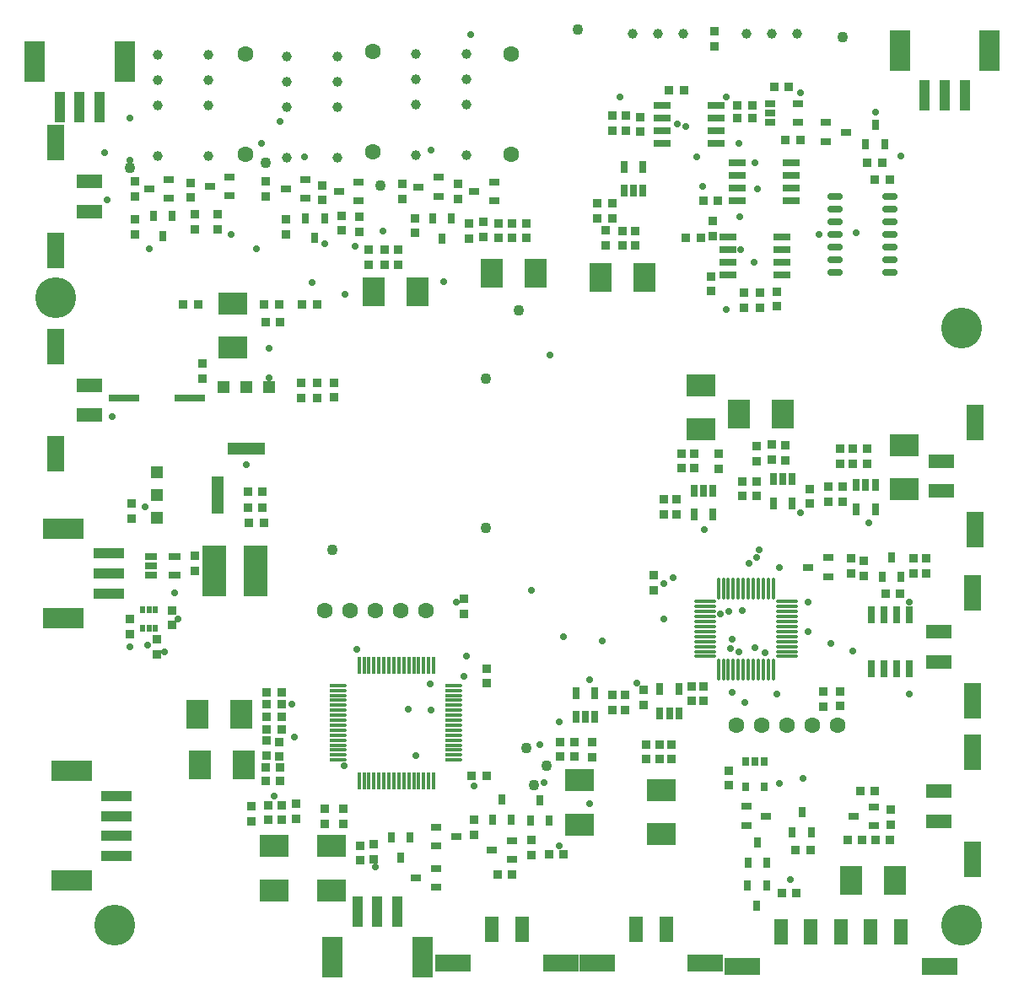
<source format=gts>
G04*
G04 #@! TF.GenerationSoftware,Altium Limited,Altium Designer,19.0.14 (431)*
G04*
G04 Layer_Color=8388736*
%FSLAX25Y25*%
%MOIN*%
G70*
G01*
G75*
%ADD17R,0.04337X0.12211*%
%ADD18R,0.08274X0.16148*%
%ADD19C,0.04337*%
%ADD20R,0.03353X0.03550*%
%ADD21R,0.03550X0.03353*%
%ADD22R,0.04337X0.02762*%
%ADD23R,0.03156X0.03943*%
%ADD24R,0.03943X0.03156*%
%ADD25R,0.02959X0.04731*%
%ADD26R,0.11199X0.08900*%
%ADD27R,0.04731X0.02959*%
%ADD28R,0.02762X0.06502*%
%ADD29R,0.08900X0.11199*%
%ADD30R,0.12211X0.04337*%
%ADD31R,0.16148X0.08274*%
%ADD32R,0.05400X0.10400*%
%ADD33R,0.13904X0.06896*%
%ADD34O,0.01581X0.06699*%
%ADD35O,0.06699X0.01581*%
%ADD36R,0.10400X0.05400*%
%ADD37R,0.06896X0.13904*%
%ADD38R,0.01975X0.02959*%
%ADD39R,0.14573X0.05124*%
%ADD40R,0.05124X0.05124*%
%ADD41R,0.09652X0.20479*%
%ADD42R,0.02565X0.03550*%
%ADD43R,0.06502X0.02762*%
%ADD44O,0.01581X0.08668*%
%ADD45O,0.08668X0.01581*%
%ADD46R,0.05124X0.05124*%
%ADD47R,0.05124X0.14573*%
%ADD48R,0.12211X0.03156*%
%ADD49O,0.06109X0.02762*%
%ADD50C,0.16148*%
%ADD51C,0.03943*%
%ADD52C,0.03943*%
%ADD53C,0.06306*%
%ADD54C,0.02762*%
D17*
X414516Y399015D02*
D03*
X398768D02*
D03*
X406642D02*
D03*
X64768Y394445D02*
D03*
X56894D02*
D03*
X72642D02*
D03*
X174551Y76162D02*
D03*
X190299D02*
D03*
X182425D02*
D03*
D18*
X424359Y416732D02*
D03*
X388925D02*
D03*
X47051Y412162D02*
D03*
X82485D02*
D03*
X164708Y58445D02*
D03*
X200142D02*
D03*
D19*
X366142Y421945D02*
D03*
X261642Y424945D02*
D03*
X138142Y372445D02*
D03*
X241142Y140969D02*
D03*
X249142Y133945D02*
D03*
X244142Y126445D02*
D03*
X238142Y313945D02*
D03*
X164642Y219225D02*
D03*
X84642Y370445D02*
D03*
X183642Y363398D02*
D03*
X225142Y287000D02*
D03*
Y227945D02*
D03*
D20*
X315595Y418307D02*
D03*
Y424213D02*
D03*
X327142Y320898D02*
D03*
Y314992D02*
D03*
X314142Y321492D02*
D03*
Y327398D02*
D03*
X108642Y358492D02*
D03*
Y364398D02*
D03*
X365142Y163398D02*
D03*
Y157492D02*
D03*
X358642Y157445D02*
D03*
Y163350D02*
D03*
X369606Y209949D02*
D03*
Y215854D02*
D03*
X374701Y208949D02*
D03*
Y214854D02*
D03*
X317220Y251402D02*
D03*
Y257307D02*
D03*
X287591Y157945D02*
D03*
Y163850D02*
D03*
X298642Y142445D02*
D03*
Y136539D02*
D03*
X216535Y199803D02*
D03*
Y193898D02*
D03*
X185142Y331945D02*
D03*
Y337850D02*
D03*
X280142Y155945D02*
D03*
Y161850D02*
D03*
X275142Y155945D02*
D03*
Y161850D02*
D03*
X260142Y137492D02*
D03*
Y143398D02*
D03*
X267142Y143350D02*
D03*
Y137445D02*
D03*
X254642Y143445D02*
D03*
Y137539D02*
D03*
X321142Y132029D02*
D03*
Y126124D02*
D03*
X84642Y185980D02*
D03*
Y191886D02*
D03*
X399142Y209992D02*
D03*
Y215898D02*
D03*
X110142Y210992D02*
D03*
Y216898D02*
D03*
X150142Y112992D02*
D03*
Y118898D02*
D03*
X132642Y117898D02*
D03*
Y111992D02*
D03*
X144642Y112539D02*
D03*
Y118445D02*
D03*
X139142Y112498D02*
D03*
Y118404D02*
D03*
X366106Y244354D02*
D03*
Y238449D02*
D03*
X394142Y215898D02*
D03*
Y209992D02*
D03*
X385142Y116555D02*
D03*
Y110649D02*
D03*
X101189Y195398D02*
D03*
Y189492D02*
D03*
X95142Y183898D02*
D03*
Y177992D02*
D03*
X143547Y137492D02*
D03*
Y143398D02*
D03*
X138689Y143898D02*
D03*
Y137992D02*
D03*
X161736Y111039D02*
D03*
Y116945D02*
D03*
X181051Y102945D02*
D03*
Y97039D02*
D03*
X169095Y110909D02*
D03*
Y116814D02*
D03*
X175642Y96492D02*
D03*
Y102398D02*
D03*
X220622Y106644D02*
D03*
Y112549D02*
D03*
X243122Y98691D02*
D03*
Y104596D02*
D03*
X190642Y331945D02*
D03*
Y337850D02*
D03*
X179083D02*
D03*
Y331945D02*
D03*
X235642Y342539D02*
D03*
Y348445D02*
D03*
X241142D02*
D03*
Y342539D02*
D03*
X343606Y254709D02*
D03*
Y260614D02*
D03*
X332106Y254449D02*
D03*
Y260354D02*
D03*
X338106Y260854D02*
D03*
Y254949D02*
D03*
X332106Y246402D02*
D03*
Y240496D02*
D03*
X326606D02*
D03*
Y246402D02*
D03*
X307720Y257402D02*
D03*
Y251496D02*
D03*
X295721Y233449D02*
D03*
Y239354D02*
D03*
X300721D02*
D03*
Y233449D02*
D03*
X302720Y251496D02*
D03*
Y257402D02*
D03*
X365370Y253402D02*
D03*
Y259307D02*
D03*
X375870Y253402D02*
D03*
Y259307D02*
D03*
X370370D02*
D03*
Y253402D02*
D03*
X360606Y238449D02*
D03*
Y244354D02*
D03*
X272642Y345492D02*
D03*
Y339587D02*
D03*
X279142Y339539D02*
D03*
Y345445D02*
D03*
X284142Y345398D02*
D03*
Y339492D02*
D03*
X269142Y350382D02*
D03*
Y356287D02*
D03*
X275142Y350382D02*
D03*
Y356287D02*
D03*
X288642Y142445D02*
D03*
Y136539D02*
D03*
X294075Y136492D02*
D03*
Y142398D02*
D03*
X311236Y159492D02*
D03*
Y165398D02*
D03*
X306642D02*
D03*
Y159492D02*
D03*
X113142Y292898D02*
D03*
Y286992D02*
D03*
X165142Y285398D02*
D03*
Y279492D02*
D03*
X158595Y285256D02*
D03*
Y279350D02*
D03*
X152142Y279445D02*
D03*
Y285350D02*
D03*
X333642Y314992D02*
D03*
Y320898D02*
D03*
X340142Y321398D02*
D03*
Y315492D02*
D03*
X315094Y349350D02*
D03*
Y343445D02*
D03*
X275142Y390898D02*
D03*
Y384992D02*
D03*
X286142Y390398D02*
D03*
Y384492D02*
D03*
X280642Y384992D02*
D03*
Y390898D02*
D03*
X224142Y348898D02*
D03*
Y342992D02*
D03*
X218642Y342445D02*
D03*
Y348350D02*
D03*
X197142Y350398D02*
D03*
Y344492D02*
D03*
X214142Y363898D02*
D03*
Y357992D02*
D03*
X192142D02*
D03*
Y363898D02*
D03*
X146142Y343992D02*
D03*
Y349898D02*
D03*
X175142Y350898D02*
D03*
Y344992D02*
D03*
X168142Y345492D02*
D03*
Y351398D02*
D03*
X138142Y358992D02*
D03*
Y364898D02*
D03*
X86642Y358992D02*
D03*
Y364898D02*
D03*
Y343945D02*
D03*
Y349850D02*
D03*
X119142Y351898D02*
D03*
Y345992D02*
D03*
X110142Y345945D02*
D03*
Y351850D02*
D03*
X291642Y209205D02*
D03*
Y203299D02*
D03*
X225642Y166492D02*
D03*
Y172398D02*
D03*
X85142Y231586D02*
D03*
Y237492D02*
D03*
X160642Y363398D02*
D03*
Y357492D02*
D03*
X230142Y348445D02*
D03*
Y342539D02*
D03*
X353142Y237543D02*
D03*
Y243449D02*
D03*
D21*
X311189Y357205D02*
D03*
X317094D02*
D03*
X324689Y394945D02*
D03*
X330594D02*
D03*
X345094Y402445D02*
D03*
X339189D02*
D03*
X349594Y381445D02*
D03*
X343689D02*
D03*
X378913Y365685D02*
D03*
X384819D02*
D03*
X383154Y201902D02*
D03*
X389059D02*
D03*
X385094Y104602D02*
D03*
X379189D02*
D03*
X368189D02*
D03*
X374095D02*
D03*
X225594Y129945D02*
D03*
X219689D02*
D03*
X138189Y133205D02*
D03*
X144095D02*
D03*
X137100Y242445D02*
D03*
X131194D02*
D03*
X137100Y235945D02*
D03*
X131194D02*
D03*
X131694Y229945D02*
D03*
X137600D02*
D03*
X379095Y124039D02*
D03*
X373189D02*
D03*
X138189Y127945D02*
D03*
X144095D02*
D03*
X138689Y153445D02*
D03*
X144595D02*
D03*
X138689Y158445D02*
D03*
X144595D02*
D03*
Y162945D02*
D03*
X138689D02*
D03*
Y148445D02*
D03*
X144595D02*
D03*
X256095Y98945D02*
D03*
X250189D02*
D03*
X229862Y91045D02*
D03*
X235768D02*
D03*
X138189Y309445D02*
D03*
X144095D02*
D03*
X342189Y83545D02*
D03*
X348095D02*
D03*
X353594Y100545D02*
D03*
X347689D02*
D03*
X310142Y342539D02*
D03*
X304236D02*
D03*
X375961Y372445D02*
D03*
X381866D02*
D03*
X324689Y389945D02*
D03*
X330594D02*
D03*
X297689Y400945D02*
D03*
X303594D02*
D03*
X152689Y316445D02*
D03*
X158595D02*
D03*
X143547D02*
D03*
X137642D02*
D03*
X111594D02*
D03*
X105689D02*
D03*
D22*
X337728Y395685D02*
D03*
Y391945D02*
D03*
Y388205D02*
D03*
X348555D02*
D03*
Y395685D02*
D03*
D23*
X379142Y387382D02*
D03*
X382882Y379508D02*
D03*
X375402D02*
D03*
X385606Y216339D02*
D03*
X389347Y208465D02*
D03*
X381866D02*
D03*
X231622Y120596D02*
D03*
X235362Y112722D02*
D03*
X227882D02*
D03*
X191642Y97748D02*
D03*
X187902Y105622D02*
D03*
X195382D02*
D03*
X246622Y120159D02*
D03*
X250362Y112285D02*
D03*
X242882D02*
D03*
X350142Y115482D02*
D03*
X353882Y107608D02*
D03*
X346402D02*
D03*
X211756Y350319D02*
D03*
X204276D02*
D03*
X208016Y342445D02*
D03*
X161496Y350445D02*
D03*
X154016D02*
D03*
X157756Y342571D02*
D03*
X101382Y351319D02*
D03*
X93902D02*
D03*
X97642Y343445D02*
D03*
X328902Y95608D02*
D03*
X336382D02*
D03*
X332642Y103482D02*
D03*
X336142Y86545D02*
D03*
X328661D02*
D03*
X332402Y78671D02*
D03*
D24*
X367579Y384378D02*
D03*
X359705Y380638D02*
D03*
Y388118D02*
D03*
X352705Y212445D02*
D03*
X360579Y216185D02*
D03*
Y208705D02*
D03*
X213516Y105886D02*
D03*
X205642Y102146D02*
D03*
Y109626D02*
D03*
X197768Y89705D02*
D03*
X205642Y93445D02*
D03*
Y85965D02*
D03*
X370768Y113862D02*
D03*
X378642Y117602D02*
D03*
Y110122D02*
D03*
X227685Y100659D02*
D03*
X235559Y104400D02*
D03*
Y96919D02*
D03*
X228579Y357205D02*
D03*
Y364685D02*
D03*
X220705Y360945D02*
D03*
X206642Y358992D02*
D03*
Y366472D02*
D03*
X198768Y362732D02*
D03*
X100079Y358205D02*
D03*
Y365685D02*
D03*
X92205Y361945D02*
D03*
X124079Y359205D02*
D03*
Y366685D02*
D03*
X116205Y362945D02*
D03*
X328205Y117848D02*
D03*
Y110368D02*
D03*
X336079Y114108D02*
D03*
X154016Y358205D02*
D03*
Y365685D02*
D03*
X146142Y361945D02*
D03*
X175079Y357205D02*
D03*
Y364685D02*
D03*
X167205Y360945D02*
D03*
D25*
X279902Y361221D02*
D03*
X283642D02*
D03*
X287382D02*
D03*
Y370669D02*
D03*
X279902D02*
D03*
X346346Y237677D02*
D03*
X338866D02*
D03*
Y247126D02*
D03*
X342606D02*
D03*
X346346D02*
D03*
X314961Y233177D02*
D03*
X307480D02*
D03*
Y242626D02*
D03*
X311221D02*
D03*
X314961D02*
D03*
X294075Y164142D02*
D03*
X301555D02*
D03*
Y154693D02*
D03*
X297815D02*
D03*
X294075D02*
D03*
X260902Y153173D02*
D03*
X264642D02*
D03*
X268382D02*
D03*
Y162622D02*
D03*
X260902D02*
D03*
X379142Y235445D02*
D03*
X371661D02*
D03*
Y244894D02*
D03*
X375402D02*
D03*
X379142D02*
D03*
D26*
X310221Y266902D02*
D03*
Y284303D02*
D03*
X390642Y260646D02*
D03*
Y243244D02*
D03*
X294590Y124445D02*
D03*
Y107043D02*
D03*
X262142Y110744D02*
D03*
Y128146D02*
D03*
X141642Y102146D02*
D03*
Y84744D02*
D03*
X164142Y102146D02*
D03*
Y84744D02*
D03*
X125142Y316646D02*
D03*
Y299244D02*
D03*
D27*
X102366Y216685D02*
D03*
Y209205D02*
D03*
X92917D02*
D03*
Y212945D02*
D03*
Y216685D02*
D03*
D28*
X377642Y172398D02*
D03*
X382642D02*
D03*
X387642D02*
D03*
X392642D02*
D03*
Y193658D02*
D03*
X387642D02*
D03*
X382642D02*
D03*
X377642D02*
D03*
D29*
X342606Y272902D02*
D03*
X325205D02*
D03*
X369441Y88602D02*
D03*
X386842D02*
D03*
X129642Y134445D02*
D03*
X112240D02*
D03*
X128642Y154445D02*
D03*
X111240D02*
D03*
X244843Y328492D02*
D03*
X227441D02*
D03*
X180941Y321398D02*
D03*
X198343D02*
D03*
X270441Y326945D02*
D03*
X287842D02*
D03*
D30*
X79359Y121949D02*
D03*
Y114075D02*
D03*
Y98327D02*
D03*
Y106201D02*
D03*
X76111Y217819D02*
D03*
Y202071D02*
D03*
Y209945D02*
D03*
D31*
X61642Y131792D02*
D03*
Y88484D02*
D03*
X58394Y227662D02*
D03*
Y192228D02*
D03*
D32*
X389135Y68236D02*
D03*
X377324D02*
D03*
X365513D02*
D03*
X353702D02*
D03*
X341891D02*
D03*
X284736Y69449D02*
D03*
X296548D02*
D03*
X227736D02*
D03*
X239548D02*
D03*
D33*
X326576Y54732D02*
D03*
X404450D02*
D03*
X311862Y55945D02*
D03*
X269422D02*
D03*
X254862D02*
D03*
X212422D02*
D03*
D34*
X175146Y128110D02*
D03*
X177114D02*
D03*
X179083D02*
D03*
X181051D02*
D03*
X183020D02*
D03*
X184988D02*
D03*
X186957D02*
D03*
X188925D02*
D03*
X190894D02*
D03*
X192862D02*
D03*
X194831D02*
D03*
X196799D02*
D03*
X198768D02*
D03*
X200736D02*
D03*
X202705D02*
D03*
X204673D02*
D03*
Y173779D02*
D03*
X202705D02*
D03*
X200736D02*
D03*
X198768D02*
D03*
X196799D02*
D03*
X194831D02*
D03*
X192862D02*
D03*
X190894D02*
D03*
X188925D02*
D03*
X186957D02*
D03*
X184988D02*
D03*
X183020D02*
D03*
X181051D02*
D03*
X179083D02*
D03*
X177114D02*
D03*
X175146D02*
D03*
D35*
X212744Y136181D02*
D03*
Y138150D02*
D03*
Y140118D02*
D03*
Y142087D02*
D03*
Y144055D02*
D03*
Y146024D02*
D03*
Y147992D02*
D03*
Y149961D02*
D03*
Y151929D02*
D03*
Y153898D02*
D03*
Y155866D02*
D03*
Y157835D02*
D03*
Y159803D02*
D03*
Y161772D02*
D03*
Y163740D02*
D03*
Y165709D02*
D03*
X167075D02*
D03*
Y163740D02*
D03*
Y161772D02*
D03*
Y159803D02*
D03*
Y157835D02*
D03*
Y155866D02*
D03*
Y153898D02*
D03*
Y151929D02*
D03*
Y149961D02*
D03*
Y147992D02*
D03*
Y146024D02*
D03*
Y144055D02*
D03*
Y142087D02*
D03*
Y140118D02*
D03*
Y138150D02*
D03*
Y136181D02*
D03*
D36*
X68646Y272539D02*
D03*
Y284351D02*
D03*
X405138Y254308D02*
D03*
Y242496D02*
D03*
X68622Y364898D02*
D03*
Y353086D02*
D03*
X404138Y175039D02*
D03*
Y186851D02*
D03*
Y112101D02*
D03*
Y123913D02*
D03*
D37*
X55142Y299665D02*
D03*
Y257225D02*
D03*
X418642Y227182D02*
D03*
Y269622D02*
D03*
X55118Y337772D02*
D03*
Y380212D02*
D03*
X417642Y202165D02*
D03*
Y159725D02*
D03*
Y139227D02*
D03*
Y96787D02*
D03*
D38*
X89583Y195685D02*
D03*
X92142D02*
D03*
X94701D02*
D03*
Y188205D02*
D03*
X92142D02*
D03*
X89583D02*
D03*
D39*
X130642Y259437D02*
D03*
D40*
X121587Y283453D02*
D03*
X130642D02*
D03*
X139697D02*
D03*
D41*
X117803Y210850D02*
D03*
X134142D02*
D03*
D42*
X335382Y125563D02*
D03*
X327902D02*
D03*
Y135602D02*
D03*
X331642D02*
D03*
X335382D02*
D03*
D43*
X321012Y327945D02*
D03*
Y332945D02*
D03*
Y337945D02*
D03*
Y342945D02*
D03*
X342272D02*
D03*
Y337945D02*
D03*
Y332945D02*
D03*
Y327945D02*
D03*
X324512Y357398D02*
D03*
Y362398D02*
D03*
Y367398D02*
D03*
Y372398D02*
D03*
X345772D02*
D03*
Y367398D02*
D03*
Y362398D02*
D03*
Y357398D02*
D03*
X316272Y394945D02*
D03*
Y389945D02*
D03*
Y384945D02*
D03*
Y379945D02*
D03*
X295012D02*
D03*
Y384945D02*
D03*
Y389945D02*
D03*
Y394945D02*
D03*
D44*
X338791Y204114D02*
D03*
X336823D02*
D03*
X334854D02*
D03*
X332886D02*
D03*
X330917D02*
D03*
X328949D02*
D03*
X326980D02*
D03*
X325012D02*
D03*
X323043D02*
D03*
X321075D02*
D03*
X319106D02*
D03*
X317138D02*
D03*
Y171831D02*
D03*
X319106D02*
D03*
X321075D02*
D03*
X323043D02*
D03*
X325012D02*
D03*
X326980D02*
D03*
X328949D02*
D03*
X330917D02*
D03*
X332886D02*
D03*
X334854D02*
D03*
X336823D02*
D03*
X338791D02*
D03*
D45*
X311823Y198799D02*
D03*
Y196831D02*
D03*
Y194862D02*
D03*
Y192894D02*
D03*
Y190925D02*
D03*
Y188957D02*
D03*
Y186988D02*
D03*
Y185020D02*
D03*
Y183051D02*
D03*
Y181082D02*
D03*
Y179114D02*
D03*
Y177146D02*
D03*
X344106D02*
D03*
Y179114D02*
D03*
Y181082D02*
D03*
Y183051D02*
D03*
Y185020D02*
D03*
Y186988D02*
D03*
Y188957D02*
D03*
Y190925D02*
D03*
Y192894D02*
D03*
Y194862D02*
D03*
Y196831D02*
D03*
Y198799D02*
D03*
D46*
X95134Y250000D02*
D03*
Y240945D02*
D03*
Y231890D02*
D03*
D47*
X119150Y240945D02*
D03*
D48*
X82150Y279445D02*
D03*
X108134D02*
D03*
D49*
X384870Y328945D02*
D03*
Y333945D02*
D03*
Y338945D02*
D03*
Y343945D02*
D03*
Y348945D02*
D03*
Y353945D02*
D03*
Y358945D02*
D03*
X363413Y328945D02*
D03*
Y333945D02*
D03*
Y338945D02*
D03*
Y343945D02*
D03*
Y348945D02*
D03*
Y353945D02*
D03*
Y358945D02*
D03*
D50*
X55118Y318898D02*
D03*
X78740Y70866D02*
D03*
X413386D02*
D03*
Y307087D02*
D03*
D51*
X217642Y375445D02*
D03*
X197642D02*
D03*
Y395445D02*
D03*
Y405445D02*
D03*
Y415445D02*
D03*
X217642D02*
D03*
Y405445D02*
D03*
Y395445D02*
D03*
X166642Y374445D02*
D03*
X146642D02*
D03*
Y394445D02*
D03*
Y404445D02*
D03*
Y414445D02*
D03*
X166642D02*
D03*
Y404445D02*
D03*
Y394445D02*
D03*
X115642Y374945D02*
D03*
X95642D02*
D03*
Y394945D02*
D03*
Y404945D02*
D03*
Y414945D02*
D03*
X115642D02*
D03*
Y404945D02*
D03*
Y394945D02*
D03*
D52*
X303142Y423445D02*
D03*
X293142D02*
D03*
X283142D02*
D03*
X348142D02*
D03*
X338142D02*
D03*
X328142D02*
D03*
D53*
X364142Y149945D02*
D03*
X354142D02*
D03*
X344142D02*
D03*
X334142D02*
D03*
X324142D02*
D03*
X201642Y195445D02*
D03*
X191642D02*
D03*
X181642D02*
D03*
X171642D02*
D03*
X161642D02*
D03*
X235142Y375760D02*
D03*
Y415130D02*
D03*
X130142Y375760D02*
D03*
Y415130D02*
D03*
X180642Y376760D02*
D03*
Y416130D02*
D03*
D54*
X317913Y193996D02*
D03*
X174353Y179823D02*
D03*
X139500Y287209D02*
D03*
X84642Y181000D02*
D03*
X139500Y299000D02*
D03*
X335500Y178626D02*
D03*
X84642Y373287D02*
D03*
X322000Y180279D02*
D03*
X91500Y181500D02*
D03*
X295606Y205945D02*
D03*
X144000Y388500D02*
D03*
X379142Y392358D02*
D03*
X326000Y338098D02*
D03*
X301000Y387500D02*
D03*
X349642Y399945D02*
D03*
X320142Y398445D02*
D03*
X352642Y198776D02*
D03*
X392642D02*
D03*
X345591Y89102D02*
D03*
X254142Y102362D02*
D03*
X220472Y125795D02*
D03*
X266142Y168020D02*
D03*
X284949Y166492D02*
D03*
X255906Y185039D02*
D03*
X243122Y203299D02*
D03*
X341142Y126945D02*
D03*
X350642Y128945D02*
D03*
X340272Y162445D02*
D03*
X331689Y180685D02*
D03*
X370142Y179189D02*
D03*
X321142Y194945D02*
D03*
X299213Y208177D02*
D03*
X213516Y198776D02*
D03*
X181646Y93945D02*
D03*
X197642Y137795D02*
D03*
X169291Y133965D02*
D03*
X216535Y169291D02*
D03*
X130642Y252969D02*
D03*
X141732Y122047D02*
D03*
X149606Y145409D02*
D03*
X148642Y158445D02*
D03*
X98425Y178945D02*
D03*
X90551Y236221D02*
D03*
X103642Y191945D02*
D03*
X75736Y357606D02*
D03*
X376642Y229945D02*
D03*
X349642Y233945D02*
D03*
X311642Y227445D02*
D03*
X278142Y398445D02*
D03*
X311094Y362945D02*
D03*
X308642Y374571D02*
D03*
X320142Y314445D02*
D03*
X250642Y296445D02*
D03*
X389135Y374945D02*
D03*
X169642Y320445D02*
D03*
X184642Y345445D02*
D03*
X173642Y339445D02*
D03*
X161736Y340445D02*
D03*
X124689Y343992D02*
D03*
X92142Y338445D02*
D03*
X341142Y212445D02*
D03*
X84642Y389945D02*
D03*
X322642Y162945D02*
D03*
X266142Y118898D02*
D03*
X361642Y182445D02*
D03*
X352642Y186965D02*
D03*
X246642Y142445D02*
D03*
X322642Y183898D02*
D03*
X249142Y133945D02*
D03*
X248142Y127142D02*
D03*
X325142Y178945D02*
D03*
X326642Y195445D02*
D03*
X332106Y216339D02*
D03*
X208642Y325445D02*
D03*
X333122Y219445D02*
D03*
X134642Y338445D02*
D03*
X329142Y213945D02*
D03*
X77642Y271945D02*
D03*
X74642Y376445D02*
D03*
X371661Y344492D02*
D03*
X356842Y343992D02*
D03*
X102142Y202445D02*
D03*
X194642Y156445D02*
D03*
X254142Y151445D02*
D03*
X203642Y155945D02*
D03*
X203142Y166445D02*
D03*
X271142Y183445D02*
D03*
X217642Y177445D02*
D03*
X327474Y158945D02*
D03*
X392642Y162445D02*
D03*
X219142Y422882D02*
D03*
X295642Y191945D02*
D03*
X304142Y386531D02*
D03*
X325142Y379945D02*
D03*
X325642Y350945D02*
D03*
X331689Y372398D02*
D03*
X332642Y361945D02*
D03*
X331142Y332945D02*
D03*
X156642Y324945D02*
D03*
X203705Y377382D02*
D03*
X153642Y374571D02*
D03*
X136642Y379945D02*
D03*
M02*

</source>
